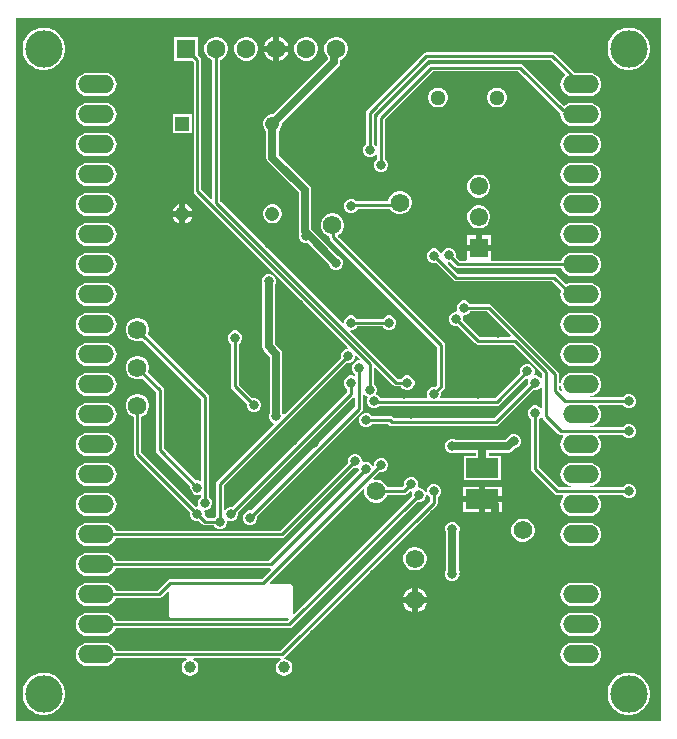
<source format=gbl>
G04*
G04 #@! TF.GenerationSoftware,Altium Limited,Altium Designer,23.2.1 (34)*
G04*
G04 Layer_Physical_Order=2*
G04 Layer_Color=16711680*
%FSLAX25Y25*%
%MOIN*%
G70*
G04*
G04 #@! TF.SameCoordinates,FA501D23-0FC8-4D01-95ED-A428C5D77BEE*
G04*
G04*
G04 #@! TF.FilePolarity,Positive*
G04*
G01*
G75*
%ADD19C,0.01000*%
%ADD40R,0.11040X0.06506*%
%ADD54C,0.06181*%
%ADD63C,0.02500*%
%ADD64C,0.02000*%
%ADD65O,0.12000X0.06000*%
%ADD66C,0.05039*%
%ADD67C,0.03937*%
%ADD68R,0.04756X0.04756*%
%ADD69C,0.04756*%
%ADD70C,0.06102*%
%ADD71R,0.06102X0.06102*%
%ADD72C,0.06299*%
%ADD73R,0.06299X0.06299*%
%ADD74C,0.12500*%
%ADD75C,0.03150*%
G36*
X215732Y803D02*
X803D01*
Y235417D01*
X215732D01*
Y803D01*
D02*
G37*
%LPC*%
G36*
X88500Y229028D02*
Y226000D01*
X91528D01*
X91367Y226602D01*
X90820Y227548D01*
X90048Y228321D01*
X89102Y228867D01*
X88500Y229028D01*
D02*
G37*
G36*
X86500D02*
X85898Y228867D01*
X84952Y228321D01*
X84180Y227548D01*
X83633Y226602D01*
X83472Y226000D01*
X86500D01*
Y229028D01*
D02*
G37*
G36*
X98018Y228937D02*
X96982D01*
X95980Y228669D01*
X95083Y228150D01*
X94350Y227417D01*
X93831Y226520D01*
X93563Y225518D01*
Y224482D01*
X93831Y223480D01*
X94350Y222583D01*
X95083Y221850D01*
X95980Y221331D01*
X96982Y221063D01*
X98018D01*
X99020Y221331D01*
X99917Y221850D01*
X100650Y222583D01*
X101169Y223480D01*
X101437Y224482D01*
Y225518D01*
X101169Y226520D01*
X100650Y227417D01*
X99917Y228150D01*
X99020Y228669D01*
X98018Y228937D01*
D02*
G37*
G36*
X78018D02*
X76982D01*
X75980Y228669D01*
X75083Y228150D01*
X74350Y227417D01*
X73831Y226520D01*
X73563Y225518D01*
Y224482D01*
X73831Y223480D01*
X74350Y222583D01*
X75083Y221850D01*
X75980Y221331D01*
X76982Y221063D01*
X78018D01*
X79020Y221331D01*
X79917Y221850D01*
X80650Y222583D01*
X81169Y223480D01*
X81437Y224482D01*
Y225518D01*
X81169Y226520D01*
X80650Y227417D01*
X79917Y228150D01*
X79020Y228669D01*
X78018Y228937D01*
D02*
G37*
G36*
X91528Y224000D02*
X88500D01*
Y220972D01*
X89102Y221133D01*
X90048Y221679D01*
X90820Y222452D01*
X91367Y223398D01*
X91528Y224000D01*
D02*
G37*
G36*
X86500D02*
X83472D01*
X83633Y223398D01*
X84180Y222452D01*
X84952Y221679D01*
X85898Y221133D01*
X86500Y220972D01*
Y224000D01*
D02*
G37*
G36*
X205616Y232053D02*
X204384D01*
X204307Y232037D01*
X204228D01*
X203020Y231797D01*
X202947Y231767D01*
X202870Y231751D01*
X201732Y231280D01*
X201666Y231237D01*
X201593Y231206D01*
X200570Y230522D01*
X200514Y230466D01*
X200448Y230422D01*
X199578Y229552D01*
X199534Y229486D01*
X199478Y229430D01*
X198794Y228407D01*
X198764Y228333D01*
X198720Y228268D01*
X198249Y227130D01*
X198233Y227053D01*
X198203Y226980D01*
X197963Y225772D01*
Y225693D01*
X197947Y225616D01*
Y224384D01*
X197963Y224307D01*
Y224228D01*
X198203Y223020D01*
X198233Y222947D01*
X198249Y222870D01*
X198720Y221732D01*
X198764Y221667D01*
X198794Y221593D01*
X199478Y220570D01*
X199534Y220514D01*
X199578Y220448D01*
X200448Y219578D01*
X200514Y219534D01*
X200570Y219478D01*
X201593Y218794D01*
X201666Y218763D01*
X201732Y218720D01*
X202870Y218249D01*
X202947Y218233D01*
X203020Y218203D01*
X204228Y217963D01*
X204307D01*
X204384Y217947D01*
X205616D01*
X205693Y217963D01*
X205772D01*
X206980Y218203D01*
X207053Y218233D01*
X207130Y218249D01*
X208268Y218720D01*
X208333Y218763D01*
X208406Y218794D01*
X209430Y219478D01*
X209486Y219534D01*
X209552Y219578D01*
X210422Y220448D01*
X210466Y220514D01*
X210522Y220570D01*
X211206Y221593D01*
X211237Y221667D01*
X211280Y221732D01*
X211752Y222870D01*
X211767Y222947D01*
X211797Y223020D01*
X212037Y224228D01*
Y224307D01*
X212053Y224384D01*
Y225616D01*
X212037Y225693D01*
Y225772D01*
X211797Y226980D01*
X211767Y227053D01*
X211752Y227130D01*
X211280Y228268D01*
X211237Y228333D01*
X211206Y228407D01*
X210522Y229430D01*
X210466Y229486D01*
X210422Y229552D01*
X209552Y230422D01*
X209486Y230466D01*
X209430Y230522D01*
X208406Y231206D01*
X208333Y231237D01*
X208268Y231280D01*
X207130Y231751D01*
X207053Y231767D01*
X206980Y231797D01*
X205772Y232037D01*
X205693D01*
X205616Y232053D01*
D02*
G37*
G36*
X10616D02*
X9384D01*
X9307Y232037D01*
X9228D01*
X8020Y231797D01*
X7947Y231767D01*
X7870Y231751D01*
X6732Y231280D01*
X6667Y231237D01*
X6594Y231206D01*
X5570Y230522D01*
X5514Y230466D01*
X5448Y230422D01*
X4578Y229552D01*
X4534Y229486D01*
X4478Y229430D01*
X3794Y228407D01*
X3763Y228333D01*
X3720Y228268D01*
X3249Y227130D01*
X3233Y227053D01*
X3203Y226980D01*
X2963Y225772D01*
Y225693D01*
X2947Y225616D01*
X2947Y225000D01*
Y224384D01*
X2963Y224307D01*
Y224228D01*
X3203Y223020D01*
X3233Y222947D01*
X3249Y222870D01*
X3720Y221732D01*
X3763Y221667D01*
X3794Y221593D01*
X4478Y220570D01*
X4534Y220514D01*
X4578Y220448D01*
X5448Y219578D01*
X5514Y219534D01*
X5570Y219478D01*
X6594Y218794D01*
X6667Y218763D01*
X6732Y218720D01*
X7870Y218249D01*
X7947Y218233D01*
X8020Y218203D01*
X9228Y217963D01*
X9307D01*
X9384Y217947D01*
X10616D01*
X10693Y217963D01*
X10772D01*
X11980Y218203D01*
X12053Y218233D01*
X12130Y218249D01*
X13268Y218720D01*
X13333Y218763D01*
X13407Y218794D01*
X14430Y219478D01*
X14486Y219534D01*
X14552Y219578D01*
X15422Y220448D01*
X15466Y220514D01*
X15522Y220570D01*
X16206Y221593D01*
X16236Y221667D01*
X16280Y221732D01*
X16751Y222870D01*
X16767Y222947D01*
X16797Y223020D01*
X17037Y224228D01*
Y224307D01*
X17053Y224384D01*
Y225616D01*
X17037Y225693D01*
Y225772D01*
X16797Y226980D01*
X16767Y227053D01*
X16751Y227130D01*
X16280Y228268D01*
X16237Y228333D01*
X16206Y228407D01*
X15522Y229430D01*
X15466Y229486D01*
X15422Y229552D01*
X14552Y230422D01*
X14486Y230466D01*
X14430Y230522D01*
X13407Y231206D01*
X13333Y231237D01*
X13268Y231280D01*
X12130Y231751D01*
X12053Y231767D01*
X11980Y231797D01*
X10772Y232037D01*
X10693D01*
X10616Y232053D01*
D02*
G37*
G36*
X179586Y223813D02*
X137500D01*
X136998Y223713D01*
X136572Y223428D01*
X117822Y204678D01*
X117537Y204252D01*
X117437Y203750D01*
Y193263D01*
X117412Y193253D01*
X116747Y192588D01*
X116388Y191720D01*
Y190780D01*
X116747Y189912D01*
X117412Y189247D01*
X118280Y188888D01*
X119220D01*
X120088Y189247D01*
X120687Y189847D01*
X120995Y189790D01*
X121187Y189693D01*
Y188263D01*
X121162Y188253D01*
X120497Y187588D01*
X120138Y186720D01*
Y185780D01*
X120497Y184912D01*
X121162Y184247D01*
X122030Y183888D01*
X122970D01*
X123838Y184247D01*
X124503Y184912D01*
X124862Y185780D01*
Y186720D01*
X124503Y187588D01*
X123838Y188253D01*
X123813Y188263D01*
Y201517D01*
X139733Y217437D01*
X168206D01*
X182073Y203571D01*
X182205Y203483D01*
X182156Y203110D01*
X182286Y202121D01*
X182668Y201200D01*
X183275Y200409D01*
X184066Y199802D01*
X184987Y199420D01*
X185976Y199290D01*
X191976D01*
X192965Y199420D01*
X193886Y199802D01*
X194677Y200409D01*
X195284Y201200D01*
X195666Y202121D01*
X195796Y203110D01*
X195666Y204099D01*
X195284Y205020D01*
X194677Y205811D01*
X193886Y206418D01*
X192965Y206800D01*
X191976Y206930D01*
X185976D01*
X184987Y206800D01*
X184066Y206418D01*
X183428Y205929D01*
X169678Y219678D01*
X169252Y219963D01*
X168750Y220063D01*
X139190D01*
X138687Y219963D01*
X138262Y219678D01*
X121572Y202988D01*
X121287Y202563D01*
X121187Y202060D01*
Y192807D01*
X120995Y192710D01*
X120687Y192653D01*
X120088Y193253D01*
X120063Y193263D01*
Y203206D01*
X138044Y221187D01*
X179042D01*
X183654Y216576D01*
X183621Y216077D01*
X183275Y215811D01*
X182668Y215020D01*
X182286Y214099D01*
X182156Y213110D01*
X182286Y212121D01*
X182668Y211200D01*
X183275Y210409D01*
X184066Y209802D01*
X184987Y209420D01*
X185976Y209290D01*
X191976D01*
X192965Y209420D01*
X193886Y209802D01*
X194677Y210409D01*
X195284Y211200D01*
X195666Y212121D01*
X195796Y213110D01*
X195666Y214099D01*
X195284Y215020D01*
X194677Y215811D01*
X193886Y216418D01*
X192965Y216800D01*
X191976Y216930D01*
X187012D01*
X180514Y223428D01*
X180088Y223713D01*
X179586Y223813D01*
D02*
G37*
G36*
X30559Y216930D02*
X24559D01*
X23570Y216800D01*
X22649Y216418D01*
X21858Y215811D01*
X21251Y215020D01*
X20869Y214099D01*
X20739Y213110D01*
X20869Y212121D01*
X21251Y211200D01*
X21858Y210409D01*
X22649Y209802D01*
X23570Y209420D01*
X24559Y209290D01*
X30559D01*
X31548Y209420D01*
X32469Y209802D01*
X33260Y210409D01*
X33867Y211200D01*
X34249Y212121D01*
X34379Y213110D01*
X34249Y214099D01*
X33867Y215020D01*
X33260Y215811D01*
X32469Y216418D01*
X31548Y216800D01*
X30559Y216930D01*
D02*
G37*
G36*
X161528Y212057D02*
X160657D01*
X159816Y211832D01*
X159062Y211396D01*
X158446Y210781D01*
X158011Y210027D01*
X157785Y209185D01*
Y208315D01*
X158011Y207473D01*
X158446Y206719D01*
X159062Y206104D01*
X159816Y205668D01*
X160657Y205443D01*
X161528D01*
X162369Y205668D01*
X163123Y206104D01*
X163739Y206719D01*
X164174Y207473D01*
X164400Y208315D01*
Y209185D01*
X164174Y210027D01*
X163739Y210781D01*
X163123Y211396D01*
X162369Y211832D01*
X161528Y212057D01*
D02*
G37*
G36*
X141843D02*
X140972D01*
X140131Y211832D01*
X139377Y211396D01*
X138761Y210781D01*
X138326Y210027D01*
X138100Y209185D01*
Y208315D01*
X138326Y207473D01*
X138761Y206719D01*
X139377Y206104D01*
X140131Y205668D01*
X140972Y205443D01*
X141843D01*
X142684Y205668D01*
X143438Y206104D01*
X144054Y206719D01*
X144489Y207473D01*
X144715Y208315D01*
Y209185D01*
X144489Y210027D01*
X144054Y210781D01*
X143438Y211396D01*
X142684Y211832D01*
X141843Y212057D01*
D02*
G37*
G36*
X30559Y206930D02*
X24559D01*
X23570Y206800D01*
X22649Y206418D01*
X21858Y205811D01*
X21251Y205020D01*
X20869Y204099D01*
X20739Y203110D01*
X20869Y202121D01*
X21251Y201200D01*
X21858Y200409D01*
X22649Y199802D01*
X23570Y199420D01*
X24559Y199290D01*
X30559D01*
X31548Y199420D01*
X32469Y199802D01*
X33260Y200409D01*
X33867Y201200D01*
X34249Y202121D01*
X34379Y203110D01*
X34249Y204099D01*
X33867Y205020D01*
X33260Y205811D01*
X32469Y206418D01*
X31548Y206800D01*
X30559Y206930D01*
D02*
G37*
G36*
X59415Y203165D02*
X53085D01*
Y196835D01*
X59415D01*
Y203165D01*
D02*
G37*
G36*
X191976Y196930D02*
X185976D01*
X184987Y196800D01*
X184066Y196418D01*
X183275Y195811D01*
X182668Y195020D01*
X182286Y194099D01*
X182156Y193110D01*
X182286Y192121D01*
X182668Y191200D01*
X183275Y190409D01*
X184066Y189802D01*
X184987Y189420D01*
X185976Y189290D01*
X191976D01*
X192965Y189420D01*
X193886Y189802D01*
X194677Y190409D01*
X195284Y191200D01*
X195666Y192121D01*
X195796Y193110D01*
X195666Y194099D01*
X195284Y195020D01*
X194677Y195811D01*
X193886Y196418D01*
X192965Y196800D01*
X191976Y196930D01*
D02*
G37*
G36*
X30559D02*
X24559D01*
X23570Y196800D01*
X22649Y196418D01*
X21858Y195811D01*
X21251Y195020D01*
X20869Y194099D01*
X20739Y193110D01*
X20869Y192121D01*
X21251Y191200D01*
X21858Y190409D01*
X22649Y189802D01*
X23570Y189420D01*
X24559Y189290D01*
X30559D01*
X31548Y189420D01*
X32469Y189802D01*
X33260Y190409D01*
X33867Y191200D01*
X34249Y192121D01*
X34379Y193110D01*
X34249Y194099D01*
X33867Y195020D01*
X33260Y195811D01*
X32469Y196418D01*
X31548Y196800D01*
X30559Y196930D01*
D02*
G37*
G36*
X191976Y186930D02*
X185976D01*
X184987Y186800D01*
X184066Y186418D01*
X183275Y185811D01*
X182668Y185020D01*
X182286Y184099D01*
X182156Y183110D01*
X182286Y182121D01*
X182668Y181200D01*
X183275Y180409D01*
X184066Y179802D01*
X184987Y179420D01*
X185976Y179290D01*
X191976D01*
X192965Y179420D01*
X193886Y179802D01*
X194677Y180409D01*
X195284Y181200D01*
X195666Y182121D01*
X195796Y183110D01*
X195666Y184099D01*
X195284Y185020D01*
X194677Y185811D01*
X193886Y186418D01*
X192965Y186800D01*
X191976Y186930D01*
D02*
G37*
G36*
X30559D02*
X24559D01*
X23570Y186800D01*
X22649Y186418D01*
X21858Y185811D01*
X21251Y185020D01*
X20869Y184099D01*
X20739Y183110D01*
X20869Y182121D01*
X21251Y181200D01*
X21858Y180409D01*
X22649Y179802D01*
X23570Y179420D01*
X24559Y179290D01*
X30559D01*
X31548Y179420D01*
X32469Y179802D01*
X33260Y180409D01*
X33867Y181200D01*
X34249Y182121D01*
X34379Y183110D01*
X34249Y184099D01*
X33867Y185020D01*
X33260Y185811D01*
X32469Y186418D01*
X31548Y186800D01*
X30559Y186930D01*
D02*
G37*
G36*
X155505Y183072D02*
X154495D01*
X153518Y182811D01*
X152643Y182306D01*
X151928Y181591D01*
X151423Y180716D01*
X151161Y179739D01*
Y178729D01*
X151423Y177752D01*
X151928Y176877D01*
X152643Y176162D01*
X153518Y175657D01*
X154495Y175395D01*
X155505D01*
X156482Y175657D01*
X157357Y176162D01*
X158072Y176877D01*
X158577Y177752D01*
X158839Y178729D01*
Y179739D01*
X158577Y180716D01*
X158072Y181591D01*
X157357Y182306D01*
X156482Y182811D01*
X155505Y183072D01*
D02*
G37*
G36*
X68018Y228937D02*
X66982D01*
X65980Y228669D01*
X65083Y228150D01*
X64350Y227417D01*
X63831Y226520D01*
X63563Y225518D01*
Y224482D01*
X63831Y223480D01*
X64350Y222583D01*
X65083Y221850D01*
X65980Y221331D01*
X66187Y221276D01*
Y175072D01*
X65725Y174881D01*
X62563Y178044D01*
Y221250D01*
X62463Y221752D01*
X62178Y222178D01*
X61437Y222919D01*
Y228937D01*
X53563D01*
Y221063D01*
X59581D01*
X59937Y220706D01*
Y177500D01*
X60037Y176998D01*
X60322Y176572D01*
X111531Y125362D01*
X111324Y124862D01*
X110855D01*
X109987Y124503D01*
X109322Y123838D01*
X108963Y122970D01*
Y122030D01*
X108973Y122005D01*
X90267Y103299D01*
X89677Y103416D01*
X89577Y103658D01*
Y123294D01*
X89419Y124089D01*
X88969Y124763D01*
X88969Y124763D01*
X87077Y126655D01*
Y146342D01*
X87362Y147030D01*
Y147970D01*
X87003Y148838D01*
X86338Y149503D01*
X85470Y149862D01*
X84530D01*
X83662Y149503D01*
X82997Y148838D01*
X82638Y147970D01*
Y147030D01*
X82923Y146342D01*
Y125794D01*
X83081Y124999D01*
X83531Y124325D01*
X85423Y122434D01*
Y103658D01*
X85138Y102970D01*
Y102030D01*
X85497Y101162D01*
X86162Y100497D01*
X86584Y100323D01*
X86701Y99733D01*
X67784Y80816D01*
X67500Y80390D01*
X67400Y79888D01*
Y69438D01*
X67374Y69428D01*
X66710Y68763D01*
X66699Y68738D01*
X64368D01*
X63602Y69505D01*
X63612Y69530D01*
Y70470D01*
X63439Y70888D01*
X63773Y71388D01*
X64220D01*
X65088Y71747D01*
X65753Y72412D01*
X66112Y73280D01*
Y74220D01*
X65753Y75088D01*
X65137Y75703D01*
Y108842D01*
X65038Y109344D01*
X64753Y109770D01*
X44768Y129754D01*
X44864Y129920D01*
X45128Y130906D01*
Y131927D01*
X44864Y132913D01*
X44353Y133798D01*
X43631Y134520D01*
X42747Y135030D01*
X41761Y135294D01*
X40740D01*
X39753Y135030D01*
X38869Y134520D01*
X38147Y133798D01*
X37636Y132913D01*
X37372Y131927D01*
Y130906D01*
X37636Y129920D01*
X38147Y129035D01*
X38869Y128313D01*
X39753Y127803D01*
X40740Y127538D01*
X41761D01*
X42747Y127803D01*
X42912Y127898D01*
X62512Y108298D01*
Y81234D01*
X62097Y80956D01*
X61720Y81112D01*
X60780D01*
X60755Y81102D01*
X50063Y91794D01*
Y111250D01*
X49963Y111752D01*
X49678Y112178D01*
X44768Y117088D01*
X44864Y117253D01*
X45128Y118239D01*
Y119261D01*
X44864Y120247D01*
X44353Y121131D01*
X43631Y121853D01*
X42747Y122364D01*
X41761Y122628D01*
X40740D01*
X39753Y122364D01*
X38869Y121853D01*
X38147Y121131D01*
X37636Y120247D01*
X37372Y119261D01*
Y118239D01*
X37636Y117253D01*
X38147Y116369D01*
X38869Y115647D01*
X39753Y115136D01*
X40740Y114872D01*
X41761D01*
X42747Y115136D01*
X42912Y115232D01*
X47437Y110706D01*
Y91250D01*
X47537Y90748D01*
X47822Y90322D01*
X58898Y79245D01*
X58888Y79220D01*
Y78280D01*
X59247Y77412D01*
X59912Y76747D01*
X60780Y76388D01*
X61720D01*
X62097Y76544D01*
X62512Y76266D01*
Y75794D01*
X62412Y75753D01*
X61747Y75088D01*
X61388Y74220D01*
Y73280D01*
X61561Y72862D01*
X61241Y72384D01*
X60905Y72362D01*
X60780D01*
X60757Y72353D01*
X60754Y72352D01*
X42563Y90544D01*
Y102421D01*
X42747Y102470D01*
X43631Y102980D01*
X44353Y103702D01*
X44864Y104587D01*
X45128Y105573D01*
Y106594D01*
X44864Y107580D01*
X44353Y108465D01*
X43631Y109187D01*
X42747Y109697D01*
X41761Y109962D01*
X40740D01*
X39753Y109697D01*
X38869Y109187D01*
X38147Y108465D01*
X37636Y107580D01*
X37372Y106594D01*
Y105573D01*
X37636Y104587D01*
X38147Y103702D01*
X38869Y102980D01*
X39753Y102470D01*
X39937Y102421D01*
Y90000D01*
X40037Y89498D01*
X40322Y89072D01*
X58898Y70495D01*
X58888Y70470D01*
Y69530D01*
X59247Y68662D01*
X59912Y67997D01*
X60780Y67638D01*
X61720D01*
X61745Y67648D01*
X62897Y66497D01*
X63323Y66212D01*
X63825Y66113D01*
X66699D01*
X66710Y66087D01*
X67374Y65423D01*
X68243Y65063D01*
X69182D01*
X70051Y65423D01*
X70715Y66087D01*
X71075Y66955D01*
Y67492D01*
X71575Y67826D01*
X72030Y67638D01*
X72970D01*
X73838Y67997D01*
X74503Y68662D01*
X74862Y69530D01*
Y70470D01*
X74852Y70495D01*
X113262Y108906D01*
X113762Y108699D01*
Y105619D01*
X79245Y71102D01*
X79220Y71112D01*
X78280D01*
X77412Y70753D01*
X76747Y70088D01*
X76388Y69220D01*
Y68280D01*
X76747Y67412D01*
X77412Y66747D01*
X78280Y66388D01*
X79220D01*
X80088Y66747D01*
X80753Y67412D01*
X81112Y68280D01*
Y69220D01*
X81102Y69245D01*
X116003Y104147D01*
X116288Y104572D01*
X116387Y105075D01*
Y109574D01*
X116887Y109772D01*
X117412Y109247D01*
X117961Y109020D01*
X117997Y108838D01*
X117638Y107970D01*
Y107030D01*
X117997Y106162D01*
X118662Y105497D01*
X119530Y105138D01*
X120470D01*
X121338Y105497D01*
X121811Y105970D01*
X161033D01*
X161535Y106070D01*
X161961Y106354D01*
X170754Y115148D01*
X170757Y115147D01*
X170780Y115138D01*
X170905D01*
X171241Y115116D01*
X171561Y114638D01*
X171388Y114220D01*
Y113280D01*
X171398Y113255D01*
X160082Y101938D01*
X126603D01*
X126363Y102178D01*
X125937Y102463D01*
X125435Y102563D01*
X119513D01*
X119503Y102588D01*
X118838Y103253D01*
X117970Y103612D01*
X117030D01*
X116162Y103253D01*
X115497Y102588D01*
X115138Y101720D01*
Y100780D01*
X115497Y99912D01*
X116162Y99247D01*
X117030Y98888D01*
X117970D01*
X118838Y99247D01*
X119503Y99912D01*
X119513Y99937D01*
X124891D01*
X125131Y99697D01*
X125557Y99413D01*
X126059Y99313D01*
X160626D01*
X161128Y99413D01*
X161554Y99697D01*
X173255Y111398D01*
X173280Y111388D01*
X174220D01*
X175088Y111747D01*
X175687Y112347D01*
X175995Y112290D01*
X176187Y112193D01*
Y105307D01*
X175995Y105210D01*
X175687Y105153D01*
X175088Y105753D01*
X174220Y106112D01*
X173280D01*
X172412Y105753D01*
X171747Y105088D01*
X171388Y104220D01*
Y103280D01*
X171747Y102412D01*
X172412Y101747D01*
X172437Y101737D01*
Y85000D01*
X172537Y84498D01*
X172822Y84072D01*
X180322Y76572D01*
X180748Y76287D01*
X181250Y76187D01*
X183002D01*
X183180Y75687D01*
X182668Y75020D01*
X182286Y74099D01*
X182156Y73110D01*
X182286Y72121D01*
X182668Y71200D01*
X183275Y70409D01*
X184066Y69802D01*
X184987Y69420D01*
X185976Y69290D01*
X191976D01*
X192965Y69420D01*
X193886Y69802D01*
X194677Y70409D01*
X195284Y71200D01*
X195666Y72121D01*
X195796Y73110D01*
X195666Y74099D01*
X195284Y75020D01*
X194772Y75687D01*
X194949Y76187D01*
X202987D01*
X202997Y76162D01*
X203662Y75497D01*
X204530Y75138D01*
X205470D01*
X206338Y75497D01*
X207003Y76162D01*
X207362Y77030D01*
Y77970D01*
X207003Y78838D01*
X206338Y79503D01*
X205470Y79862D01*
X204530D01*
X203662Y79503D01*
X202997Y78838D01*
X202987Y78813D01*
X192181D01*
X192148Y79313D01*
X192965Y79420D01*
X193886Y79802D01*
X194677Y80409D01*
X195284Y81200D01*
X195666Y82121D01*
X195796Y83110D01*
X195666Y84099D01*
X195284Y85020D01*
X194677Y85811D01*
X193886Y86418D01*
X192965Y86800D01*
X191976Y86930D01*
X185976D01*
X184987Y86800D01*
X184066Y86418D01*
X183275Y85811D01*
X182668Y85020D01*
X182286Y84099D01*
X182156Y83110D01*
X182286Y82121D01*
X182668Y81200D01*
X183275Y80409D01*
X184066Y79802D01*
X184987Y79420D01*
X185804Y79313D01*
X185771Y78813D01*
X181794D01*
X175063Y85544D01*
Y101737D01*
X175088Y101747D01*
X175705Y102364D01*
X175961Y102349D01*
X176234Y102267D01*
X176287Y101998D01*
X176572Y101572D01*
X181572Y96572D01*
X181998Y96287D01*
X182500Y96187D01*
X183002D01*
X183180Y95687D01*
X182668Y95020D01*
X182286Y94099D01*
X182156Y93110D01*
X182286Y92121D01*
X182668Y91200D01*
X183275Y90409D01*
X184066Y89802D01*
X184987Y89420D01*
X185976Y89290D01*
X191976D01*
X192965Y89420D01*
X193886Y89802D01*
X194677Y90409D01*
X195284Y91200D01*
X195666Y92121D01*
X195796Y93110D01*
X195666Y94099D01*
X195284Y95020D01*
X194772Y95687D01*
X194949Y96187D01*
X202987D01*
X202997Y96162D01*
X203662Y95497D01*
X204530Y95138D01*
X205470D01*
X206338Y95497D01*
X207003Y96162D01*
X207362Y97030D01*
Y97970D01*
X207003Y98838D01*
X206338Y99503D01*
X205470Y99862D01*
X204530D01*
X203662Y99503D01*
X202997Y98838D01*
X202987Y98813D01*
X192181D01*
X192148Y99313D01*
X192965Y99420D01*
X193886Y99802D01*
X194677Y100409D01*
X195284Y101200D01*
X195666Y102121D01*
X195796Y103110D01*
X195666Y104099D01*
X195284Y105020D01*
X194772Y105687D01*
X194949Y106187D01*
X202987D01*
X202997Y106162D01*
X203662Y105497D01*
X204530Y105138D01*
X205470D01*
X206338Y105497D01*
X207003Y106162D01*
X207362Y107030D01*
Y107970D01*
X207003Y108838D01*
X206338Y109503D01*
X205470Y109862D01*
X204530D01*
X203662Y109503D01*
X202997Y108838D01*
X202987Y108813D01*
X192181D01*
X192148Y109313D01*
X192965Y109420D01*
X193886Y109802D01*
X194677Y110409D01*
X195284Y111200D01*
X195666Y112121D01*
X195796Y113110D01*
X195666Y114099D01*
X195284Y115020D01*
X194677Y115811D01*
X193886Y116418D01*
X192965Y116800D01*
X191976Y116930D01*
X185976D01*
X184987Y116800D01*
X184066Y116418D01*
X183275Y115811D01*
X182668Y115020D01*
X182286Y114099D01*
X182156Y113110D01*
X182286Y112121D01*
X182668Y111200D01*
X182847Y110967D01*
X182470Y110636D01*
X181637Y111469D01*
Y116688D01*
X181537Y117190D01*
X181253Y117616D01*
X159191Y139678D01*
X158765Y139963D01*
X158263Y140063D01*
X152013D01*
X152003Y140088D01*
X151338Y140753D01*
X150470Y141112D01*
X149530D01*
X148662Y140753D01*
X147997Y140088D01*
X147638Y139220D01*
Y138280D01*
X147811Y137861D01*
X147477Y137361D01*
X147024D01*
X146156Y137001D01*
X145492Y136337D01*
X145132Y135468D01*
Y134529D01*
X145492Y133660D01*
X146156Y132996D01*
X147024Y132636D01*
X147964D01*
X147995Y132649D01*
X153850Y126793D01*
X154276Y126509D01*
X154779Y126409D01*
X166626D01*
X176187Y116848D01*
Y115307D01*
X175995Y115210D01*
X175687Y115153D01*
X175088Y115753D01*
X174220Y116112D01*
X173773D01*
X173439Y116612D01*
X173612Y117030D01*
Y117970D01*
X173253Y118838D01*
X172588Y119503D01*
X171720Y119862D01*
X170780D01*
X169912Y119503D01*
X169247Y118838D01*
X168888Y117970D01*
Y117030D01*
X168898Y117005D01*
X160489Y108595D01*
X142516D01*
X142182Y109095D01*
X142362Y109530D01*
Y110470D01*
X142352Y110495D01*
X143428Y111572D01*
X143713Y111998D01*
X143813Y112500D01*
Y126250D01*
X143713Y126752D01*
X143428Y127178D01*
X108179Y162428D01*
X108244Y162923D01*
X108631Y163147D01*
X109353Y163869D01*
X109864Y164753D01*
X110128Y165740D01*
Y166761D01*
X109864Y167747D01*
X109353Y168631D01*
X108631Y169353D01*
X107747Y169864D01*
X106761Y170128D01*
X105739D01*
X104753Y169864D01*
X103869Y169353D01*
X103147Y168631D01*
X102636Y167747D01*
X102372Y166761D01*
Y165740D01*
X102636Y164753D01*
X103147Y163869D01*
X103869Y163147D01*
X104753Y162636D01*
X105192Y162519D01*
Y162245D01*
X105292Y161743D01*
X105577Y161317D01*
X141187Y125706D01*
Y113044D01*
X140495Y112352D01*
X140470Y112362D01*
X139530D01*
X138662Y112003D01*
X137997Y111338D01*
X137638Y110470D01*
Y109530D01*
X137818Y109095D01*
X137484Y108595D01*
X122103D01*
X122003Y108838D01*
X121338Y109503D01*
X120789Y109730D01*
X120753Y109912D01*
X121112Y110780D01*
Y111720D01*
X120753Y112588D01*
X120088Y113253D01*
X120063Y113263D01*
Y118678D01*
X120525Y118869D01*
X126572Y112822D01*
X126998Y112537D01*
X127500Y112437D01*
X129237D01*
X129247Y112412D01*
X129912Y111747D01*
X130780Y111388D01*
X131720D01*
X132588Y111747D01*
X133253Y112412D01*
X133612Y113280D01*
Y114220D01*
X133253Y115088D01*
X132588Y115753D01*
X131720Y116112D01*
X130780D01*
X129912Y115753D01*
X129247Y115088D01*
X129237Y115063D01*
X128044D01*
X112218Y130888D01*
X112426Y131388D01*
X112970D01*
X113838Y131747D01*
X114503Y132412D01*
X114513Y132437D01*
X122987D01*
X122997Y132412D01*
X123662Y131747D01*
X124530Y131388D01*
X125470D01*
X126338Y131747D01*
X127003Y132412D01*
X127362Y133280D01*
Y134220D01*
X127003Y135088D01*
X126338Y135753D01*
X125470Y136112D01*
X124530D01*
X123662Y135753D01*
X122997Y135088D01*
X122987Y135063D01*
X114513D01*
X114503Y135088D01*
X113838Y135753D01*
X112970Y136112D01*
X112030D01*
X111162Y135753D01*
X110497Y135088D01*
X110138Y134220D01*
Y133676D01*
X109638Y133468D01*
X68813Y174294D01*
Y221276D01*
X69020Y221331D01*
X69917Y221850D01*
X70650Y222583D01*
X71169Y223480D01*
X71437Y224482D01*
Y225518D01*
X71169Y226520D01*
X70650Y227417D01*
X69917Y228150D01*
X69020Y228669D01*
X68018Y228937D01*
D02*
G37*
G36*
X129261Y177628D02*
X128240D01*
X127253Y177364D01*
X126369Y176853D01*
X125647Y176131D01*
X125136Y175247D01*
X124872Y174260D01*
Y174224D01*
X114117D01*
X113838Y174503D01*
X112970Y174862D01*
X112030D01*
X111162Y174503D01*
X110497Y173838D01*
X110138Y172970D01*
Y172030D01*
X110497Y171162D01*
X111162Y170497D01*
X112030Y170138D01*
X112970D01*
X113838Y170497D01*
X114503Y171162D01*
X114683Y171599D01*
X125514D01*
X125647Y171369D01*
X126369Y170647D01*
X127253Y170136D01*
X128240Y169872D01*
X129261D01*
X130247Y170136D01*
X131131Y170647D01*
X131853Y171369D01*
X132364Y172253D01*
X132628Y173240D01*
Y174260D01*
X132364Y175247D01*
X131853Y176131D01*
X131131Y176853D01*
X130247Y177364D01*
X129261Y177628D01*
D02*
G37*
G36*
X57250Y173229D02*
Y171000D01*
X59479D01*
X59398Y171304D01*
X58953Y172074D01*
X58324Y172703D01*
X57554Y173148D01*
X57250Y173229D01*
D02*
G37*
G36*
X55250D02*
X54946Y173148D01*
X54176Y172703D01*
X53547Y172074D01*
X53102Y171304D01*
X53021Y171000D01*
X55250D01*
Y173229D01*
D02*
G37*
G36*
X191976Y176930D02*
X185976D01*
X184987Y176800D01*
X184066Y176418D01*
X183275Y175811D01*
X182668Y175020D01*
X182286Y174099D01*
X182156Y173110D01*
X182286Y172121D01*
X182668Y171200D01*
X183275Y170409D01*
X184066Y169802D01*
X184987Y169420D01*
X185976Y169290D01*
X191976D01*
X192965Y169420D01*
X193886Y169802D01*
X194677Y170409D01*
X195284Y171200D01*
X195666Y172121D01*
X195796Y173110D01*
X195666Y174099D01*
X195284Y175020D01*
X194677Y175811D01*
X193886Y176418D01*
X192965Y176800D01*
X191976Y176930D01*
D02*
G37*
G36*
X30559D02*
X24559D01*
X23570Y176800D01*
X22649Y176418D01*
X21858Y175811D01*
X21251Y175020D01*
X20869Y174099D01*
X20739Y173110D01*
X20869Y172121D01*
X21251Y171200D01*
X21858Y170409D01*
X22649Y169802D01*
X23570Y169420D01*
X24559Y169290D01*
X30559D01*
X31548Y169420D01*
X32469Y169802D01*
X33260Y170409D01*
X33867Y171200D01*
X34249Y172121D01*
X34379Y173110D01*
X34249Y174099D01*
X33867Y175020D01*
X33260Y175811D01*
X32469Y176418D01*
X31548Y176800D01*
X30559Y176930D01*
D02*
G37*
G36*
X86667Y173165D02*
X85833D01*
X85028Y172950D01*
X84306Y172533D01*
X83717Y171944D01*
X83300Y171222D01*
X83085Y170417D01*
Y169583D01*
X83300Y168778D01*
X83717Y168056D01*
X84306Y167467D01*
X85028Y167050D01*
X85833Y166835D01*
X86667D01*
X87472Y167050D01*
X88194Y167467D01*
X88783Y168056D01*
X89200Y168778D01*
X89415Y169583D01*
Y170417D01*
X89200Y171222D01*
X88783Y171944D01*
X88194Y172533D01*
X87472Y172950D01*
X86667Y173165D01*
D02*
G37*
G36*
X59479Y169000D02*
X57250D01*
Y166771D01*
X57554Y166852D01*
X58324Y167297D01*
X58953Y167926D01*
X59398Y168696D01*
X59479Y169000D01*
D02*
G37*
G36*
X55250D02*
X53021D01*
X53102Y168696D01*
X53547Y167926D01*
X54176Y167297D01*
X54946Y166852D01*
X55250Y166771D01*
Y169000D01*
D02*
G37*
G36*
X155505Y172836D02*
X154495D01*
X153518Y172575D01*
X152643Y172069D01*
X151928Y171355D01*
X151423Y170479D01*
X151161Y169503D01*
Y168492D01*
X151423Y167516D01*
X151928Y166641D01*
X152643Y165926D01*
X153518Y165421D01*
X154495Y165159D01*
X155505D01*
X156482Y165421D01*
X157357Y165926D01*
X158072Y166641D01*
X158577Y167516D01*
X158839Y168492D01*
Y169503D01*
X158577Y170479D01*
X158072Y171355D01*
X157357Y172069D01*
X156482Y172575D01*
X155505Y172836D01*
D02*
G37*
G36*
X159051Y162813D02*
X156000D01*
Y159762D01*
X159051D01*
Y162813D01*
D02*
G37*
G36*
X154000D02*
X150949D01*
Y159762D01*
X154000D01*
Y162813D01*
D02*
G37*
G36*
X191976Y166930D02*
X185976D01*
X184987Y166800D01*
X184066Y166418D01*
X183275Y165811D01*
X182668Y165020D01*
X182286Y164099D01*
X182156Y163110D01*
X182286Y162121D01*
X182668Y161200D01*
X183275Y160409D01*
X184066Y159802D01*
X184987Y159420D01*
X185976Y159290D01*
X191976D01*
X192965Y159420D01*
X193886Y159802D01*
X194677Y160409D01*
X195284Y161200D01*
X195666Y162121D01*
X195796Y163110D01*
X195666Y164099D01*
X195284Y165020D01*
X194677Y165811D01*
X193886Y166418D01*
X192965Y166800D01*
X191976Y166930D01*
D02*
G37*
G36*
X30559D02*
X24559D01*
X23570Y166800D01*
X22649Y166418D01*
X21858Y165811D01*
X21251Y165020D01*
X20869Y164099D01*
X20739Y163110D01*
X20869Y162121D01*
X21251Y161200D01*
X21858Y160409D01*
X22649Y159802D01*
X23570Y159420D01*
X24559Y159290D01*
X30559D01*
X31548Y159420D01*
X32469Y159802D01*
X33260Y160409D01*
X33867Y161200D01*
X34249Y162121D01*
X34379Y163110D01*
X34249Y164099D01*
X33867Y165020D01*
X33260Y165811D01*
X32469Y166418D01*
X31548Y166800D01*
X30559Y166930D01*
D02*
G37*
G36*
X145470Y158612D02*
X144530D01*
X143662Y158253D01*
X142997Y157588D01*
X142736Y156957D01*
X142195D01*
X142003Y157421D01*
X141338Y158085D01*
X140470Y158445D01*
X139530D01*
X138662Y158085D01*
X137997Y157421D01*
X137638Y156552D01*
Y155613D01*
X137997Y154744D01*
X138662Y154080D01*
X139530Y153720D01*
X140470D01*
X140614Y153780D01*
X146572Y147822D01*
X146998Y147537D01*
X147500Y147437D01*
X179456D01*
X182435Y144458D01*
X182286Y144099D01*
X182156Y143110D01*
X182286Y142121D01*
X182668Y141200D01*
X183275Y140409D01*
X184066Y139802D01*
X184987Y139420D01*
X185976Y139290D01*
X191976D01*
X192965Y139420D01*
X193886Y139802D01*
X194677Y140409D01*
X195284Y141200D01*
X195666Y142121D01*
X195796Y143110D01*
X195666Y144099D01*
X195284Y145020D01*
X194677Y145811D01*
X193886Y146418D01*
X192965Y146800D01*
X191976Y146930D01*
X185976D01*
X184987Y146800D01*
X184152Y146454D01*
X180928Y149678D01*
X180502Y149963D01*
X180000Y150063D01*
X148044D01*
X144719Y153388D01*
X144926Y153888D01*
X145470D01*
X145495Y153898D01*
X147212Y152182D01*
X147638Y151897D01*
X148140Y151797D01*
X182420D01*
X182668Y151200D01*
X183275Y150409D01*
X184066Y149802D01*
X184987Y149420D01*
X185976Y149290D01*
X191976D01*
X192965Y149420D01*
X193886Y149802D01*
X194677Y150409D01*
X195284Y151200D01*
X195666Y152121D01*
X195796Y153110D01*
X195666Y154099D01*
X195284Y155020D01*
X194677Y155811D01*
X193886Y156418D01*
X192965Y156800D01*
X191976Y156930D01*
X185976D01*
X184987Y156800D01*
X184066Y156418D01*
X183275Y155811D01*
X182668Y155020D01*
X182420Y154423D01*
X159432D01*
X159051Y154710D01*
X159051Y154923D01*
Y157762D01*
X155000D01*
X150949D01*
Y154923D01*
X150949Y154710D01*
X150568Y154423D01*
X148684D01*
X147352Y155755D01*
X147362Y155780D01*
Y156720D01*
X147003Y157588D01*
X146338Y158253D01*
X145470Y158612D01*
D02*
G37*
G36*
X108018Y228937D02*
X106982D01*
X105980Y228669D01*
X105083Y228150D01*
X104350Y227417D01*
X103831Y226520D01*
X103563Y225518D01*
Y224482D01*
X103831Y223480D01*
X104350Y222583D01*
X104696Y222236D01*
Y221384D01*
X86478Y203165D01*
X85833D01*
X85028Y202950D01*
X84306Y202533D01*
X83717Y201944D01*
X83300Y201222D01*
X83085Y200417D01*
Y199583D01*
X83300Y198778D01*
X83717Y198056D01*
X84173Y197601D01*
Y188750D01*
X84331Y187955D01*
X84781Y187281D01*
X94951Y177111D01*
Y164221D01*
X95109Y163426D01*
X95221Y163259D01*
X95138Y163058D01*
Y162118D01*
X95497Y161250D01*
X96162Y160585D01*
X97030Y160226D01*
X97970D01*
X98052Y160260D01*
X105213Y153100D01*
X105497Y152412D01*
X106162Y151747D01*
X107030Y151388D01*
X107970D01*
X108838Y151747D01*
X109503Y152412D01*
X109862Y153280D01*
Y154220D01*
X109503Y155088D01*
X108838Y155753D01*
X108150Y156037D01*
X99106Y165082D01*
Y177971D01*
X99106Y177971D01*
X98948Y178766D01*
X98498Y179440D01*
X98497Y179440D01*
X88327Y189611D01*
Y197601D01*
X88783Y198056D01*
X89200Y198778D01*
X89415Y199583D01*
Y200228D01*
X108242Y219054D01*
X108692Y219728D01*
X108850Y220523D01*
Y221286D01*
X109020Y221331D01*
X109917Y221850D01*
X110650Y222583D01*
X111169Y223480D01*
X111437Y224482D01*
Y225518D01*
X111169Y226520D01*
X110650Y227417D01*
X109917Y228150D01*
X109020Y228669D01*
X108018Y228937D01*
D02*
G37*
G36*
X30559Y156930D02*
X24559D01*
X23570Y156800D01*
X22649Y156418D01*
X21858Y155811D01*
X21251Y155020D01*
X20869Y154099D01*
X20739Y153110D01*
X20869Y152121D01*
X21251Y151200D01*
X21858Y150409D01*
X22649Y149802D01*
X23570Y149420D01*
X24559Y149290D01*
X30559D01*
X31548Y149420D01*
X32469Y149802D01*
X33260Y150409D01*
X33867Y151200D01*
X34249Y152121D01*
X34379Y153110D01*
X34249Y154099D01*
X33867Y155020D01*
X33260Y155811D01*
X32469Y156418D01*
X31548Y156800D01*
X30559Y156930D01*
D02*
G37*
G36*
Y146930D02*
X24559D01*
X23570Y146800D01*
X22649Y146418D01*
X21858Y145811D01*
X21251Y145020D01*
X20869Y144099D01*
X20739Y143110D01*
X20869Y142121D01*
X21251Y141200D01*
X21858Y140409D01*
X22649Y139802D01*
X23570Y139420D01*
X24559Y139290D01*
X30559D01*
X31548Y139420D01*
X32469Y139802D01*
X33260Y140409D01*
X33867Y141200D01*
X34249Y142121D01*
X34379Y143110D01*
X34249Y144099D01*
X33867Y145020D01*
X33260Y145811D01*
X32469Y146418D01*
X31548Y146800D01*
X30559Y146930D01*
D02*
G37*
G36*
X191976Y136930D02*
X185976D01*
X184987Y136800D01*
X184066Y136418D01*
X183275Y135811D01*
X182668Y135020D01*
X182286Y134099D01*
X182156Y133110D01*
X182286Y132121D01*
X182668Y131200D01*
X183275Y130409D01*
X184066Y129802D01*
X184987Y129420D01*
X185976Y129290D01*
X191976D01*
X192965Y129420D01*
X193886Y129802D01*
X194677Y130409D01*
X195284Y131200D01*
X195666Y132121D01*
X195796Y133110D01*
X195666Y134099D01*
X195284Y135020D01*
X194677Y135811D01*
X193886Y136418D01*
X192965Y136800D01*
X191976Y136930D01*
D02*
G37*
G36*
X30559D02*
X24559D01*
X23570Y136800D01*
X22649Y136418D01*
X21858Y135811D01*
X21251Y135020D01*
X20869Y134099D01*
X20739Y133110D01*
X20869Y132121D01*
X21251Y131200D01*
X21858Y130409D01*
X22649Y129802D01*
X23570Y129420D01*
X24559Y129290D01*
X30559D01*
X31548Y129420D01*
X32469Y129802D01*
X33260Y130409D01*
X33867Y131200D01*
X34249Y132121D01*
X34379Y133110D01*
X34249Y134099D01*
X33867Y135020D01*
X33260Y135811D01*
X32469Y136418D01*
X31548Y136800D01*
X30559Y136930D01*
D02*
G37*
G36*
X191976Y126930D02*
X185976D01*
X184987Y126800D01*
X184066Y126418D01*
X183275Y125811D01*
X182668Y125020D01*
X182286Y124099D01*
X182156Y123110D01*
X182286Y122121D01*
X182668Y121200D01*
X183275Y120409D01*
X184066Y119802D01*
X184987Y119420D01*
X185976Y119290D01*
X191976D01*
X192965Y119420D01*
X193886Y119802D01*
X194677Y120409D01*
X195284Y121200D01*
X195666Y122121D01*
X195796Y123110D01*
X195666Y124099D01*
X195284Y125020D01*
X194677Y125811D01*
X193886Y126418D01*
X192965Y126800D01*
X191976Y126930D01*
D02*
G37*
G36*
X30559D02*
X24559D01*
X23570Y126800D01*
X22649Y126418D01*
X21858Y125811D01*
X21251Y125020D01*
X20869Y124099D01*
X20739Y123110D01*
X20869Y122121D01*
X21251Y121200D01*
X21858Y120409D01*
X22649Y119802D01*
X23570Y119420D01*
X24559Y119290D01*
X30559D01*
X31548Y119420D01*
X32469Y119802D01*
X33260Y120409D01*
X33867Y121200D01*
X34249Y122121D01*
X34379Y123110D01*
X34249Y124099D01*
X33867Y125020D01*
X33260Y125811D01*
X32469Y126418D01*
X31548Y126800D01*
X30559Y126930D01*
D02*
G37*
G36*
Y116930D02*
X24559D01*
X23570Y116800D01*
X22649Y116418D01*
X21858Y115811D01*
X21251Y115020D01*
X20869Y114099D01*
X20739Y113110D01*
X20869Y112121D01*
X21251Y111200D01*
X21858Y110409D01*
X22649Y109802D01*
X23570Y109420D01*
X24559Y109290D01*
X30559D01*
X31548Y109420D01*
X32469Y109802D01*
X33260Y110409D01*
X33867Y111200D01*
X34249Y112121D01*
X34379Y113110D01*
X34249Y114099D01*
X33867Y115020D01*
X33260Y115811D01*
X32469Y116418D01*
X31548Y116800D01*
X30559Y116930D01*
D02*
G37*
G36*
X74220Y131112D02*
X73280D01*
X72412Y130753D01*
X71747Y130088D01*
X71388Y129220D01*
Y128280D01*
X71747Y127412D01*
X72412Y126747D01*
X72437Y126737D01*
Y112500D01*
X72537Y111998D01*
X72822Y111572D01*
X77648Y106745D01*
X77638Y106720D01*
Y105780D01*
X77997Y104912D01*
X78662Y104247D01*
X79530Y103888D01*
X80470D01*
X81338Y104247D01*
X82003Y104912D01*
X82362Y105780D01*
Y106720D01*
X82003Y107588D01*
X81338Y108253D01*
X80470Y108612D01*
X79530D01*
X79505Y108602D01*
X75063Y113044D01*
Y126737D01*
X75088Y126747D01*
X75753Y127412D01*
X76112Y128280D01*
Y129220D01*
X75753Y130088D01*
X75088Y130753D01*
X74220Y131112D01*
D02*
G37*
G36*
X30559Y106930D02*
X24559D01*
X23570Y106800D01*
X22649Y106418D01*
X21858Y105811D01*
X21251Y105020D01*
X20869Y104099D01*
X20739Y103110D01*
X20869Y102121D01*
X21251Y101200D01*
X21858Y100409D01*
X22649Y99802D01*
X23570Y99420D01*
X24559Y99290D01*
X30559D01*
X31548Y99420D01*
X32469Y99802D01*
X33260Y100409D01*
X33867Y101200D01*
X34249Y102121D01*
X34379Y103110D01*
X34249Y104099D01*
X33867Y105020D01*
X33260Y105811D01*
X32469Y106418D01*
X31548Y106800D01*
X30559Y106930D01*
D02*
G37*
G36*
X167152Y96544D02*
X166212D01*
X165344Y96185D01*
X164680Y95520D01*
X164519Y95132D01*
X163964Y94577D01*
X147408D01*
X146720Y94862D01*
X145780D01*
X144912Y94503D01*
X144247Y93838D01*
X143888Y92970D01*
Y92030D01*
X144247Y91162D01*
X144912Y90497D01*
X145780Y90138D01*
X146720D01*
X147408Y90423D01*
X154173D01*
Y89258D01*
X149943D01*
Y81177D01*
X162557D01*
Y89258D01*
X158327D01*
Y90423D01*
X164824D01*
X165619Y90581D01*
X166293Y91031D01*
X167082Y91820D01*
X167152D01*
X168020Y92180D01*
X168685Y92844D01*
X169044Y93712D01*
Y94652D01*
X168685Y95520D01*
X168020Y96185D01*
X167152Y96544D01*
D02*
G37*
G36*
X30559Y96930D02*
X24559D01*
X23570Y96800D01*
X22649Y96418D01*
X21858Y95811D01*
X21251Y95020D01*
X20869Y94099D01*
X20739Y93110D01*
X20869Y92121D01*
X21251Y91200D01*
X21858Y90409D01*
X22649Y89802D01*
X23570Y89420D01*
X24559Y89290D01*
X30559D01*
X31548Y89420D01*
X32469Y89802D01*
X33260Y90409D01*
X33867Y91200D01*
X34249Y92121D01*
X34379Y93110D01*
X34249Y94099D01*
X33867Y95020D01*
X33260Y95811D01*
X32469Y96418D01*
X31548Y96800D01*
X30559Y96930D01*
D02*
G37*
G36*
X114220Y89937D02*
X113280D01*
X112412Y89577D01*
X111747Y88913D01*
X111388Y88045D01*
Y87105D01*
X111398Y87080D01*
X88741Y64423D01*
X34115D01*
X33867Y65020D01*
X33260Y65811D01*
X32469Y66418D01*
X31548Y66800D01*
X30559Y66930D01*
X24559D01*
X23570Y66800D01*
X22649Y66418D01*
X21858Y65811D01*
X21251Y65020D01*
X20869Y64099D01*
X20739Y63110D01*
X20869Y62121D01*
X21251Y61200D01*
X21858Y60409D01*
X22649Y59802D01*
X23570Y59420D01*
X24559Y59290D01*
X30559D01*
X31548Y59420D01*
X32469Y59802D01*
X33260Y60409D01*
X33867Y61200D01*
X34115Y61797D01*
X89285D01*
X89788Y61897D01*
X90213Y62182D01*
X113255Y85223D01*
X113280Y85213D01*
X114220D01*
X114638Y85386D01*
X115138Y85052D01*
Y84530D01*
X115148Y84505D01*
X85066Y54423D01*
X34115D01*
X33867Y55020D01*
X33260Y55811D01*
X32469Y56418D01*
X31548Y56800D01*
X30559Y56930D01*
X24559D01*
X23570Y56800D01*
X22649Y56418D01*
X21858Y55811D01*
X21251Y55020D01*
X20869Y54099D01*
X20739Y53110D01*
X20869Y52121D01*
X21251Y51200D01*
X21858Y50409D01*
X22649Y49802D01*
X23570Y49420D01*
X24559Y49290D01*
X30559D01*
X31548Y49420D01*
X32469Y49802D01*
X33260Y50409D01*
X33867Y51200D01*
X34115Y51797D01*
X85484D01*
X85668Y51490D01*
X85702Y51308D01*
X82634Y48240D01*
X52238D01*
X51735Y48140D01*
X51310Y47855D01*
X47877Y44423D01*
X34115D01*
X33867Y45020D01*
X33260Y45811D01*
X32469Y46418D01*
X31548Y46800D01*
X30559Y46930D01*
X24559D01*
X23570Y46800D01*
X22649Y46418D01*
X21858Y45811D01*
X21251Y45020D01*
X20869Y44099D01*
X20739Y43110D01*
X20869Y42121D01*
X21251Y41200D01*
X21858Y40409D01*
X22649Y39802D01*
X23570Y39420D01*
X24559Y39290D01*
X30559D01*
X31548Y39420D01*
X32469Y39802D01*
X33260Y40409D01*
X33867Y41200D01*
X34115Y41797D01*
X48421D01*
X48923Y41897D01*
X49349Y42182D01*
X51236Y44069D01*
X51698Y43878D01*
Y36377D01*
X51778Y35972D01*
X52008Y35629D01*
X52351Y35400D01*
X52755Y35319D01*
X91506D01*
X91713Y34819D01*
X91316Y34423D01*
X34115D01*
X33867Y35020D01*
X33260Y35811D01*
X32469Y36418D01*
X31548Y36800D01*
X30559Y36930D01*
X24559D01*
X23570Y36800D01*
X22649Y36418D01*
X21858Y35811D01*
X21251Y35020D01*
X20869Y34099D01*
X20739Y33110D01*
X20869Y32121D01*
X21251Y31200D01*
X21858Y30409D01*
X22649Y29802D01*
X23570Y29420D01*
X24559Y29290D01*
X30559D01*
X31548Y29420D01*
X32469Y29802D01*
X33260Y30409D01*
X33867Y31200D01*
X34115Y31797D01*
X91860D01*
X92362Y31897D01*
X92788Y32182D01*
X134505Y73898D01*
X134530Y73888D01*
X135470D01*
X136338Y74247D01*
X137003Y74912D01*
X137362Y75780D01*
Y76389D01*
X137862Y76488D01*
X137997Y76162D01*
X138662Y75497D01*
X138687Y75487D01*
Y74294D01*
X88816Y24423D01*
X34115D01*
X33867Y25020D01*
X33260Y25811D01*
X32469Y26418D01*
X31548Y26800D01*
X30559Y26930D01*
X24559D01*
X23570Y26800D01*
X22649Y26418D01*
X21858Y25811D01*
X21251Y25020D01*
X20869Y24099D01*
X20739Y23110D01*
X20869Y22121D01*
X21251Y21200D01*
X21858Y20409D01*
X22649Y19802D01*
X23570Y19420D01*
X24559Y19290D01*
X30559D01*
X31548Y19420D01*
X32469Y19802D01*
X33260Y20409D01*
X33867Y21200D01*
X34115Y21797D01*
X57522D01*
X57595Y21602D01*
X57609Y21297D01*
X57063Y20982D01*
X56550Y20469D01*
X56187Y19841D01*
X56000Y19140D01*
Y18414D01*
X56187Y17713D01*
X56550Y17085D01*
X57063Y16572D01*
X57692Y16209D01*
X58393Y16021D01*
X59118D01*
X59819Y16209D01*
X60448Y16572D01*
X60961Y17085D01*
X61324Y17713D01*
X61511Y18414D01*
Y19140D01*
X61324Y19841D01*
X60961Y20469D01*
X60448Y20982D01*
X59902Y21297D01*
X59916Y21602D01*
X59989Y21797D01*
X88922D01*
X88995Y21602D01*
X89009Y21297D01*
X88463Y20982D01*
X87950Y20469D01*
X87587Y19841D01*
X87400Y19140D01*
Y18414D01*
X87587Y17713D01*
X87950Y17085D01*
X88463Y16572D01*
X89092Y16209D01*
X89793Y16021D01*
X90518D01*
X91219Y16209D01*
X91848Y16572D01*
X92361Y17085D01*
X92724Y17713D01*
X92911Y18414D01*
Y19140D01*
X92724Y19841D01*
X92361Y20469D01*
X91848Y20982D01*
X91219Y21345D01*
X90518Y21533D01*
X90217D01*
X90065Y22033D01*
X90288Y22182D01*
X140928Y72822D01*
X141213Y73248D01*
X141313Y73750D01*
Y75487D01*
X141338Y75497D01*
X142003Y76162D01*
X142362Y77030D01*
Y77970D01*
X142003Y78838D01*
X141338Y79503D01*
X140470Y79862D01*
X139530D01*
X138662Y79503D01*
X137997Y78838D01*
X137638Y77970D01*
Y77361D01*
X137138Y77262D01*
X137003Y77588D01*
X136338Y78253D01*
X135470Y78612D01*
X135023D01*
X134689Y79112D01*
X134862Y79530D01*
Y80470D01*
X134503Y81338D01*
X133838Y82003D01*
X132970Y82362D01*
X132030D01*
X131162Y82003D01*
X130497Y81338D01*
X130138Y80470D01*
Y79530D01*
X130148Y79505D01*
X129456Y78813D01*
X124440D01*
X124390Y78997D01*
X123880Y79881D01*
X123158Y80603D01*
X122273Y81114D01*
X121287Y81378D01*
X120266D01*
X120164Y81351D01*
X119905Y81799D01*
X122005Y83898D01*
X122030Y83888D01*
X122970D01*
X123838Y84247D01*
X124503Y84912D01*
X124862Y85780D01*
Y86720D01*
X124503Y87588D01*
X123838Y88253D01*
X122970Y88612D01*
X122030D01*
X121162Y88253D01*
X120497Y87588D01*
X120138Y86720D01*
Y86111D01*
X119638Y86012D01*
X119503Y86338D01*
X118838Y87003D01*
X117970Y87362D01*
X117030D01*
X116612Y87189D01*
X116112Y87523D01*
Y88045D01*
X115753Y88913D01*
X115088Y89577D01*
X114220Y89937D01*
D02*
G37*
G36*
X30559Y86930D02*
X24559D01*
X23570Y86800D01*
X22649Y86418D01*
X21858Y85811D01*
X21251Y85020D01*
X20869Y84099D01*
X20739Y83110D01*
X20869Y82121D01*
X21251Y81200D01*
X21858Y80409D01*
X22649Y79802D01*
X23570Y79420D01*
X24559Y79290D01*
X30559D01*
X31548Y79420D01*
X32469Y79802D01*
X33260Y80409D01*
X33867Y81200D01*
X34249Y82121D01*
X34379Y83110D01*
X34249Y84099D01*
X33867Y85020D01*
X33260Y85811D01*
X32469Y86418D01*
X31548Y86800D01*
X30559Y86930D01*
D02*
G37*
G36*
X162770Y79036D02*
X157250D01*
Y75783D01*
X162770D01*
Y79036D01*
D02*
G37*
G36*
X155250D02*
X149730D01*
Y75783D01*
X155250D01*
Y79036D01*
D02*
G37*
G36*
X162770Y73782D02*
X157250D01*
Y70529D01*
X162770D01*
Y73782D01*
D02*
G37*
G36*
X155250D02*
X149730D01*
Y70529D01*
X155250D01*
Y73782D01*
D02*
G37*
G36*
X30559Y76930D02*
X24559D01*
X23570Y76800D01*
X22649Y76418D01*
X21858Y75811D01*
X21251Y75020D01*
X20869Y74099D01*
X20739Y73110D01*
X20869Y72121D01*
X21251Y71200D01*
X21858Y70409D01*
X22649Y69802D01*
X23570Y69420D01*
X24559Y69290D01*
X30559D01*
X31548Y69420D01*
X32469Y69802D01*
X33260Y70409D01*
X33867Y71200D01*
X34249Y72121D01*
X34379Y73110D01*
X34249Y74099D01*
X33867Y75020D01*
X33260Y75811D01*
X32469Y76418D01*
X31548Y76800D01*
X30559Y76930D01*
D02*
G37*
G36*
X170242Y68435D02*
X169221D01*
X168235Y68170D01*
X167350Y67660D01*
X166629Y66938D01*
X166118Y66053D01*
X165854Y65067D01*
Y64046D01*
X166118Y63060D01*
X166629Y62176D01*
X167350Y61453D01*
X168235Y60943D01*
X169221Y60679D01*
X170242D01*
X171228Y60943D01*
X172113Y61453D01*
X172835Y62176D01*
X173345Y63060D01*
X173610Y64046D01*
Y65067D01*
X173345Y66053D01*
X172835Y66938D01*
X172113Y67660D01*
X171228Y68170D01*
X170242Y68435D01*
D02*
G37*
G36*
X191976Y66930D02*
X185976D01*
X184987Y66800D01*
X184066Y66418D01*
X183275Y65811D01*
X182668Y65020D01*
X182286Y64099D01*
X182156Y63110D01*
X182286Y62121D01*
X182668Y61200D01*
X183275Y60409D01*
X184066Y59802D01*
X184987Y59420D01*
X185976Y59290D01*
X191976D01*
X192965Y59420D01*
X193886Y59802D01*
X194677Y60409D01*
X195284Y61200D01*
X195666Y62121D01*
X195796Y63110D01*
X195666Y64099D01*
X195284Y65020D01*
X194677Y65811D01*
X193886Y66418D01*
X192965Y66800D01*
X191976Y66930D01*
D02*
G37*
G36*
X134260Y58878D02*
X133239D01*
X132253Y58614D01*
X131369Y58103D01*
X130647Y57381D01*
X130136Y56497D01*
X129872Y55510D01*
Y54489D01*
X130136Y53503D01*
X130647Y52619D01*
X131369Y51897D01*
X132253Y51386D01*
X133239Y51122D01*
X134260D01*
X135247Y51386D01*
X136131Y51897D01*
X136853Y52619D01*
X137364Y53503D01*
X137628Y54489D01*
Y55510D01*
X137364Y56497D01*
X136853Y57381D01*
X136131Y58103D01*
X135247Y58614D01*
X134260Y58878D01*
D02*
G37*
G36*
X146720Y67362D02*
X145780D01*
X144912Y67003D01*
X144247Y66338D01*
X143888Y65470D01*
Y64530D01*
X144173Y63842D01*
Y51158D01*
X143888Y50470D01*
Y49530D01*
X144247Y48662D01*
X144912Y47997D01*
X145780Y47638D01*
X146720D01*
X147588Y47997D01*
X148253Y48662D01*
X148612Y49530D01*
Y50470D01*
X148327Y51158D01*
Y63842D01*
X148612Y64530D01*
Y65470D01*
X148253Y66338D01*
X147588Y67003D01*
X146720Y67362D01*
D02*
G37*
G36*
X134750Y45217D02*
Y42250D01*
X137717D01*
X137562Y42829D01*
X137023Y43762D01*
X136262Y44523D01*
X135329Y45062D01*
X134750Y45217D01*
D02*
G37*
G36*
X132750D02*
X132171Y45062D01*
X131238Y44523D01*
X130477Y43762D01*
X129938Y42829D01*
X129783Y42250D01*
X132750D01*
Y45217D01*
D02*
G37*
G36*
X191976Y46930D02*
X185976D01*
X184987Y46800D01*
X184066Y46418D01*
X183275Y45811D01*
X182668Y45020D01*
X182286Y44099D01*
X182156Y43110D01*
X182286Y42121D01*
X182668Y41200D01*
X183275Y40409D01*
X184066Y39802D01*
X184987Y39420D01*
X185976Y39290D01*
X191976D01*
X192965Y39420D01*
X193886Y39802D01*
X194677Y40409D01*
X195284Y41200D01*
X195666Y42121D01*
X195796Y43110D01*
X195666Y44099D01*
X195284Y45020D01*
X194677Y45811D01*
X193886Y46418D01*
X192965Y46800D01*
X191976Y46930D01*
D02*
G37*
G36*
X137717Y40250D02*
X134750D01*
Y37283D01*
X135329Y37438D01*
X136262Y37977D01*
X137023Y38738D01*
X137562Y39671D01*
X137717Y40250D01*
D02*
G37*
G36*
X132750D02*
X129783D01*
X129938Y39671D01*
X130477Y38738D01*
X131238Y37977D01*
X132171Y37438D01*
X132750Y37283D01*
Y40250D01*
D02*
G37*
G36*
X191976Y36930D02*
X185976D01*
X184987Y36800D01*
X184066Y36418D01*
X183275Y35811D01*
X182668Y35020D01*
X182286Y34099D01*
X182156Y33110D01*
X182286Y32121D01*
X182668Y31200D01*
X183275Y30409D01*
X184066Y29802D01*
X184987Y29420D01*
X185976Y29290D01*
X191976D01*
X192965Y29420D01*
X193886Y29802D01*
X194677Y30409D01*
X195284Y31200D01*
X195666Y32121D01*
X195796Y33110D01*
X195666Y34099D01*
X195284Y35020D01*
X194677Y35811D01*
X193886Y36418D01*
X192965Y36800D01*
X191976Y36930D01*
D02*
G37*
G36*
Y26930D02*
X185976D01*
X184987Y26800D01*
X184066Y26418D01*
X183275Y25811D01*
X182668Y25020D01*
X182286Y24099D01*
X182156Y23110D01*
X182286Y22121D01*
X182668Y21200D01*
X183275Y20409D01*
X184066Y19802D01*
X184987Y19420D01*
X185976Y19290D01*
X191976D01*
X192965Y19420D01*
X193886Y19802D01*
X194677Y20409D01*
X195284Y21200D01*
X195666Y22121D01*
X195796Y23110D01*
X195666Y24099D01*
X195284Y25020D01*
X194677Y25811D01*
X193886Y26418D01*
X192965Y26800D01*
X191976Y26930D01*
D02*
G37*
G36*
X205616Y17053D02*
X204384D01*
X204307Y17037D01*
X204228D01*
X203020Y16797D01*
X202947Y16767D01*
X202870Y16751D01*
X201732Y16280D01*
X201666Y16237D01*
X201593Y16206D01*
X200570Y15522D01*
X200514Y15466D01*
X200448Y15422D01*
X199578Y14552D01*
X199534Y14486D01*
X199478Y14430D01*
X198794Y13407D01*
X198764Y13333D01*
X198720Y13268D01*
X198249Y12130D01*
X198233Y12053D01*
X198203Y11980D01*
X197963Y10772D01*
Y10693D01*
X197947Y10616D01*
Y9384D01*
X197963Y9307D01*
Y9228D01*
X198203Y8020D01*
X198233Y7947D01*
X198249Y7870D01*
X198720Y6732D01*
X198764Y6667D01*
X198794Y6594D01*
X199478Y5570D01*
X199534Y5514D01*
X199578Y5448D01*
X200448Y4578D01*
X200514Y4534D01*
X200570Y4478D01*
X201593Y3794D01*
X201666Y3763D01*
X201732Y3720D01*
X202870Y3249D01*
X202947Y3233D01*
X203020Y3203D01*
X204228Y2963D01*
X204307D01*
X204384Y2947D01*
X205000Y2947D01*
X205616D01*
X205693Y2963D01*
X205772D01*
X206980Y3203D01*
X207053Y3233D01*
X207130Y3249D01*
X208268Y3720D01*
X208333Y3763D01*
X208406Y3794D01*
X209430Y4478D01*
X209486Y4534D01*
X209552Y4578D01*
X210422Y5448D01*
X210466Y5514D01*
X210522Y5570D01*
X211206Y6594D01*
X211237Y6667D01*
X211280Y6732D01*
X211752Y7870D01*
X211767Y7947D01*
X211797Y8020D01*
X212037Y9228D01*
Y9307D01*
X212053Y9384D01*
Y10616D01*
X212037Y10693D01*
Y10772D01*
X211797Y11980D01*
X211767Y12053D01*
X211752Y12130D01*
X211280Y13268D01*
X211237Y13333D01*
X211206Y13407D01*
X210522Y14430D01*
X210466Y14486D01*
X210422Y14552D01*
X209552Y15422D01*
X209486Y15466D01*
X209430Y15522D01*
X208406Y16206D01*
X208333Y16236D01*
X208268Y16280D01*
X207130Y16751D01*
X207053Y16767D01*
X206980Y16797D01*
X205772Y17037D01*
X205693D01*
X205616Y17053D01*
D02*
G37*
G36*
X10616D02*
X9384D01*
X9307Y17037D01*
X9228D01*
X8020Y16797D01*
X7947Y16767D01*
X7870Y16751D01*
X6732Y16280D01*
X6667Y16237D01*
X6594Y16206D01*
X5570Y15522D01*
X5514Y15466D01*
X5448Y15422D01*
X4578Y14552D01*
X4534Y14486D01*
X4478Y14430D01*
X3794Y13407D01*
X3763Y13333D01*
X3720Y13268D01*
X3249Y12130D01*
X3233Y12053D01*
X3203Y11980D01*
X2963Y10772D01*
Y10693D01*
X2947Y10616D01*
X2947Y10000D01*
Y9384D01*
X2963Y9307D01*
Y9228D01*
X3203Y8020D01*
X3233Y7947D01*
X3249Y7870D01*
X3720Y6732D01*
X3763Y6667D01*
X3794Y6594D01*
X4478Y5570D01*
X4534Y5514D01*
X4578Y5448D01*
X5448Y4578D01*
X5514Y4534D01*
X5570Y4478D01*
X6594Y3794D01*
X6667Y3763D01*
X6732Y3720D01*
X7870Y3249D01*
X7947Y3233D01*
X8020Y3203D01*
X9228Y2963D01*
X9307D01*
X9384Y2947D01*
X10000Y2947D01*
X10616D01*
X10693Y2963D01*
X10772D01*
X11980Y3203D01*
X12053Y3233D01*
X12130Y3249D01*
X13268Y3720D01*
X13333Y3763D01*
X13407Y3794D01*
X14430Y4478D01*
X14486Y4534D01*
X14552Y4578D01*
X15422Y5448D01*
X15466Y5514D01*
X15522Y5570D01*
X16206Y6594D01*
X16236Y6667D01*
X16280Y6732D01*
X16751Y7870D01*
X16767Y7947D01*
X16797Y8020D01*
X17037Y9228D01*
Y9307D01*
X17053Y9384D01*
Y10616D01*
X17037Y10693D01*
Y10772D01*
X16797Y11980D01*
X16767Y12053D01*
X16751Y12130D01*
X16280Y13268D01*
X16237Y13333D01*
X16206Y13407D01*
X15522Y14430D01*
X15466Y14486D01*
X15422Y14552D01*
X14552Y15422D01*
X14486Y15466D01*
X14430Y15522D01*
X13407Y16206D01*
X13333Y16236D01*
X13268Y16280D01*
X12130Y16751D01*
X12053Y16767D01*
X11980Y16797D01*
X10772Y17037D01*
X10693D01*
X10616Y17053D01*
D02*
G37*
%LPD*%
G36*
X165660Y129496D02*
X165469Y129034D01*
X155322D01*
X149848Y134509D01*
X149856Y134529D01*
Y135468D01*
X149683Y135888D01*
X150017Y136388D01*
X150470D01*
X151338Y136747D01*
X152003Y137412D01*
X152013Y137437D01*
X157719D01*
X165660Y129496D01*
D02*
G37*
G36*
X115281Y121612D02*
X115074Y121112D01*
X114530D01*
X113662Y120753D01*
X112997Y120088D01*
X112638Y119220D01*
Y118280D01*
X112997Y117412D01*
X113662Y116747D01*
X113762Y116706D01*
Y116234D01*
X113347Y115956D01*
X112970Y116112D01*
X112030D01*
X111162Y115753D01*
X110497Y115088D01*
X110138Y114220D01*
Y113280D01*
X110497Y112412D01*
X111162Y111747D01*
X111187Y111737D01*
Y110544D01*
X72995Y72352D01*
X72970Y72362D01*
X72030D01*
X71162Y72003D01*
X70525Y71366D01*
X70388Y71377D01*
X70025Y71505D01*
Y79344D01*
X110829Y120148D01*
X110855Y120138D01*
X111795D01*
X112663Y120497D01*
X113327Y121162D01*
X113687Y122030D01*
Y122500D01*
X114187Y122707D01*
X115281Y121612D01*
D02*
G37*
G36*
X116926Y78113D02*
X116899Y78010D01*
Y76990D01*
X117163Y76003D01*
X117674Y75119D01*
X118395Y74397D01*
X119280Y73886D01*
X120266Y73622D01*
X121287D01*
X122273Y73886D01*
X123158Y74397D01*
X123880Y75119D01*
X124390Y76003D01*
X124440Y76187D01*
X130000D01*
X130502Y76287D01*
X130928Y76572D01*
X132004Y77648D01*
X132007Y77647D01*
X132030Y77638D01*
X132155D01*
X132491Y77616D01*
X132811Y77138D01*
X132638Y76720D01*
Y75780D01*
X132648Y75755D01*
X93513Y36619D01*
X93013Y36827D01*
Y45677D01*
X92933Y46082D01*
X92703Y46425D01*
X92360Y46654D01*
X91956Y46735D01*
X85495D01*
X85303Y47197D01*
X116478Y78371D01*
X116926Y78113D01*
D02*
G37*
D19*
X63825Y67425D02*
X68713D01*
X61250Y70000D02*
X63825Y67425D01*
X68713Y67537D02*
X68750Y67500D01*
X68713Y67537D02*
Y79888D01*
X147501Y134999D02*
X154779Y127721D01*
X167170D01*
X147494Y134999D02*
X147501D01*
X150000Y138750D02*
X158263D01*
X180325Y116688D01*
X112500Y110000D02*
Y113750D01*
X72500Y70000D02*
X112500Y110000D01*
Y133750D02*
X125000D01*
X142500Y112500D02*
Y126250D01*
X106505Y162245D02*
X142500Y126250D01*
X140000Y110000D02*
X142500Y112500D01*
X106505Y162245D02*
Y165995D01*
X106250Y166250D02*
X106505Y165995D01*
X181250Y77500D02*
X203750D01*
X173750Y85000D02*
Y103750D01*
Y85000D02*
X181250Y77500D01*
X167170Y127721D02*
X177500Y117391D01*
Y102500D02*
Y117391D01*
Y102500D02*
X182500Y97500D01*
X183750Y107500D02*
X205000D01*
X180325Y110925D02*
X183750Y107500D01*
X180325Y110925D02*
Y116688D01*
X182500Y97500D02*
X203750D01*
X160626Y100626D02*
X173750Y113750D01*
X126059Y100626D02*
X160626D01*
X117500Y101250D02*
X125435D01*
X126059Y100626D01*
X161033Y107283D02*
X171250Y117500D01*
X120217Y107283D02*
X161033D01*
X120000Y107500D02*
X120217Y107283D01*
X140168Y156082D02*
X147500Y148750D01*
X140000Y156082D02*
X140168D01*
X145000Y156250D02*
X148140Y153110D01*
X188976D01*
X147500Y148750D02*
X180000D01*
X118750Y191250D02*
Y203750D01*
X137500Y222500D01*
X139190Y218750D02*
X168750D01*
X184623Y203110D02*
X188976D01*
X183234Y204499D02*
X184623Y203110D01*
X183001Y204499D02*
X183234D01*
X168750Y218750D02*
X183001Y204499D01*
X122500Y202060D02*
X139190Y218750D01*
X122500Y186250D02*
Y202060D01*
X137500Y222500D02*
X179586D01*
X188976Y213110D01*
X112500Y172500D02*
X112911Y172911D01*
X127911D01*
X73750Y112500D02*
Y128750D01*
Y112500D02*
X80000Y106250D01*
X78750Y68750D02*
X115075Y105075D01*
X91860Y33110D02*
X135000Y76250D01*
X68713Y79888D02*
X111325Y122500D01*
X127500Y113750D02*
X131250D01*
X67500Y173750D02*
Y225000D01*
Y173750D02*
X127500Y113750D01*
X118750Y111250D02*
Y120000D01*
X61250Y177500D02*
X118750Y120000D01*
X61250Y177500D02*
Y221250D01*
X27559Y63110D02*
X89285D01*
X113750Y87575D01*
X85610Y53110D02*
X117500Y85000D01*
X27559Y53110D02*
X85610D01*
X48421Y43110D02*
X52238Y46927D01*
X27559Y43110D02*
X48421D01*
X52238Y46927D02*
X83177D01*
X122500Y86250D01*
X120777Y77500D02*
X130000D01*
X132500Y80000D01*
X27559Y33110D02*
X91860D01*
X89360Y23110D02*
X140000Y73750D01*
Y77500D01*
X27559Y23110D02*
X89360D01*
X127911Y172911D02*
X128750Y173750D01*
X63750Y73750D02*
X63825Y73825D01*
Y108842D01*
X41250Y131416D02*
X63825Y108842D01*
X48750Y91250D02*
Y111250D01*
Y91250D02*
X61250Y78750D01*
X41250Y118750D02*
X48750Y111250D01*
X41250Y90000D02*
Y106084D01*
Y90000D02*
X61250Y70000D01*
X57500Y225000D02*
X61250Y221250D01*
X115075Y105075D02*
Y118675D01*
X115000Y118750D02*
X115075Y118675D01*
X180000Y148750D02*
X185640Y143110D01*
X188976D01*
X185976Y123110D02*
X188976D01*
D40*
X156250Y74783D02*
D03*
Y85217D02*
D03*
D54*
X128750Y173750D02*
D03*
X169732Y64557D02*
D03*
X106250Y166250D02*
D03*
X120777Y77500D02*
D03*
X41250Y106084D02*
D03*
Y131416D02*
D03*
Y118750D02*
D03*
X133750Y55000D02*
D03*
Y41250D02*
D03*
D63*
X131162Y142588D02*
X142500D01*
X145000D01*
X172236D02*
X174824Y140000D01*
X145000Y142588D02*
X172236D01*
X170640Y53110D02*
X188976D01*
X160520Y63230D02*
Y72779D01*
Y63230D02*
X170640Y53110D01*
X174824Y140000D02*
X175000D01*
X115000Y158750D02*
X131162Y142588D01*
X156250Y74783D02*
X158517D01*
X160520Y72779D01*
X156250Y92500D02*
X164824D01*
X146250D02*
X156250D01*
Y85217D02*
Y92500D01*
X146250Y50000D02*
Y65000D01*
X87500Y102500D02*
Y123294D01*
X85000Y125794D02*
X87500Y123294D01*
X164824Y92500D02*
X166506Y94182D01*
X166682D01*
X106773Y224273D02*
X107500Y225000D01*
X86250Y200000D02*
X106773Y220523D01*
Y224273D01*
X85000Y125794D02*
Y147500D01*
X97029Y164221D02*
X107500Y153750D01*
X86250Y188750D02*
X97029Y177971D01*
Y164221D02*
Y177971D01*
X86250Y188750D02*
Y200000D01*
D64*
X142500Y133750D02*
Y142588D01*
Y133750D02*
X154730Y121520D01*
Y109857D02*
Y121520D01*
X142500Y142588D02*
X142500Y142588D01*
D65*
X188976Y213110D02*
D03*
Y203110D02*
D03*
Y193110D02*
D03*
Y183110D02*
D03*
Y173110D02*
D03*
Y163110D02*
D03*
Y153110D02*
D03*
Y143110D02*
D03*
Y133110D02*
D03*
Y123110D02*
D03*
Y113110D02*
D03*
Y103110D02*
D03*
Y93110D02*
D03*
Y83110D02*
D03*
Y73110D02*
D03*
Y63110D02*
D03*
Y53110D02*
D03*
Y43110D02*
D03*
Y33110D02*
D03*
Y23110D02*
D03*
X27559Y213110D02*
D03*
Y203110D02*
D03*
Y193110D02*
D03*
Y183110D02*
D03*
Y173110D02*
D03*
Y163110D02*
D03*
Y153110D02*
D03*
Y143110D02*
D03*
Y133110D02*
D03*
Y123110D02*
D03*
Y113110D02*
D03*
Y103110D02*
D03*
Y93110D02*
D03*
Y83110D02*
D03*
Y73110D02*
D03*
Y63110D02*
D03*
Y53110D02*
D03*
Y43110D02*
D03*
Y33110D02*
D03*
Y23110D02*
D03*
D66*
X141408Y208750D02*
D03*
X161092D02*
D03*
D67*
X58755Y18777D02*
D03*
X90156D02*
D03*
D68*
X56250Y200000D02*
D03*
D69*
Y170000D02*
D03*
X86250D02*
D03*
Y200000D02*
D03*
D70*
X155000Y179234D02*
D03*
Y168998D02*
D03*
D71*
Y158762D02*
D03*
D72*
X87500Y225000D02*
D03*
X67500D02*
D03*
X77500D02*
D03*
X97500D02*
D03*
X107500D02*
D03*
D73*
X57500D02*
D03*
D74*
X10000D02*
D03*
X205000D02*
D03*
Y10000D02*
D03*
X10000D02*
D03*
D75*
X80000Y150000D02*
D03*
Y130000D02*
D03*
X145000Y141250D02*
D03*
X132500Y128750D02*
D03*
X123750Y126250D02*
D03*
X130000Y110075D02*
D03*
X93102Y94243D02*
D03*
X114925Y200000D02*
D03*
X105000Y180000D02*
D03*
X64844Y56250D02*
D03*
X210000Y210000D02*
D03*
X200000Y190000D02*
D03*
X205000Y180000D02*
D03*
X200000Y170000D02*
D03*
X205000Y160000D02*
D03*
X200000Y150000D02*
D03*
X205000Y140000D02*
D03*
X200000Y70000D02*
D03*
X205000Y60000D02*
D03*
X200000Y50000D02*
D03*
X205000Y40000D02*
D03*
X200000Y30000D02*
D03*
X190000Y230000D02*
D03*
Y10000D02*
D03*
X180000Y230000D02*
D03*
Y130000D02*
D03*
Y70000D02*
D03*
Y50000D02*
D03*
Y30000D02*
D03*
Y10000D02*
D03*
X170000Y230000D02*
D03*
X175000Y160000D02*
D03*
Y140000D02*
D03*
X170000Y70000D02*
D03*
Y50000D02*
D03*
X175000Y40000D02*
D03*
X170000Y30000D02*
D03*
Y10000D02*
D03*
X160000Y230000D02*
D03*
Y50000D02*
D03*
X165000Y40000D02*
D03*
X160000Y30000D02*
D03*
Y10000D02*
D03*
X150000Y230000D02*
D03*
Y50000D02*
D03*
X155000Y40000D02*
D03*
X150000Y30000D02*
D03*
X155000Y20000D02*
D03*
X150000Y10000D02*
D03*
X140000Y230000D02*
D03*
Y70000D02*
D03*
Y30000D02*
D03*
X145000Y20000D02*
D03*
X140000Y10000D02*
D03*
X130000Y230000D02*
D03*
Y50000D02*
D03*
Y30000D02*
D03*
X135000Y20000D02*
D03*
X130000Y10000D02*
D03*
X120000Y230000D02*
D03*
X125000Y220000D02*
D03*
X120000Y50000D02*
D03*
X125000Y40000D02*
D03*
X120000Y30000D02*
D03*
X125000Y20000D02*
D03*
X120000Y10000D02*
D03*
X110000Y230000D02*
D03*
X115000Y220000D02*
D03*
X110000Y210000D02*
D03*
Y190000D02*
D03*
X115000Y40000D02*
D03*
X110000Y30000D02*
D03*
X115000Y20000D02*
D03*
X110000Y10000D02*
D03*
X100000Y230000D02*
D03*
X105000Y200000D02*
D03*
X100000Y190000D02*
D03*
Y30000D02*
D03*
Y10000D02*
D03*
X90000Y230000D02*
D03*
Y210000D02*
D03*
Y190000D02*
D03*
X95000Y140000D02*
D03*
X90000Y30000D02*
D03*
X95000Y20000D02*
D03*
X90000Y10000D02*
D03*
X80000Y230000D02*
D03*
X85000Y220000D02*
D03*
X80000Y210000D02*
D03*
Y190000D02*
D03*
X85000Y180000D02*
D03*
X80000Y170000D02*
D03*
X85000Y160000D02*
D03*
X80000Y30000D02*
D03*
X85000Y20000D02*
D03*
X80000Y10000D02*
D03*
X70000Y230000D02*
D03*
Y150000D02*
D03*
Y130000D02*
D03*
X75000Y100000D02*
D03*
X70000Y90000D02*
D03*
X75000Y80000D02*
D03*
X70000Y30000D02*
D03*
X75000Y20000D02*
D03*
X70000Y10000D02*
D03*
X65000Y160000D02*
D03*
X60000Y150000D02*
D03*
X65000Y140000D02*
D03*
X60000Y130000D02*
D03*
Y30000D02*
D03*
X65000Y20000D02*
D03*
X60000Y10000D02*
D03*
X50000Y230000D02*
D03*
Y210000D02*
D03*
Y190000D02*
D03*
X55000Y180000D02*
D03*
X50000Y170000D02*
D03*
X55000Y160000D02*
D03*
X50000Y150000D02*
D03*
X55000Y140000D02*
D03*
X50000Y130000D02*
D03*
Y50000D02*
D03*
Y30000D02*
D03*
Y10000D02*
D03*
X40000Y230000D02*
D03*
X45000Y220000D02*
D03*
X40000Y210000D02*
D03*
X45000Y200000D02*
D03*
X40000Y190000D02*
D03*
X45000Y180000D02*
D03*
X40000Y170000D02*
D03*
X45000Y160000D02*
D03*
X40000Y150000D02*
D03*
X45000Y140000D02*
D03*
X40000Y70000D02*
D03*
Y50000D02*
D03*
X45000Y40000D02*
D03*
X40000Y30000D02*
D03*
Y10000D02*
D03*
X30000Y230000D02*
D03*
X35000Y220000D02*
D03*
Y200000D02*
D03*
Y180000D02*
D03*
Y160000D02*
D03*
Y140000D02*
D03*
Y120000D02*
D03*
Y100000D02*
D03*
Y60000D02*
D03*
Y40000D02*
D03*
Y20000D02*
D03*
X30000Y10000D02*
D03*
X20000Y230000D02*
D03*
X25000Y220000D02*
D03*
X20000Y210000D02*
D03*
Y190000D02*
D03*
Y170000D02*
D03*
Y150000D02*
D03*
Y130000D02*
D03*
Y110000D02*
D03*
Y90000D02*
D03*
Y70000D02*
D03*
Y50000D02*
D03*
Y30000D02*
D03*
Y10000D02*
D03*
X10000Y210000D02*
D03*
X15000Y200000D02*
D03*
X10000Y190000D02*
D03*
X15000Y180000D02*
D03*
X10000Y170000D02*
D03*
X15000Y160000D02*
D03*
X10000Y150000D02*
D03*
X15000Y140000D02*
D03*
X10000Y130000D02*
D03*
X15000Y120000D02*
D03*
X10000Y110000D02*
D03*
X15000Y100000D02*
D03*
X10000Y90000D02*
D03*
X15000Y80000D02*
D03*
X10000Y70000D02*
D03*
X15000Y60000D02*
D03*
X10000Y50000D02*
D03*
X15000Y40000D02*
D03*
X10000Y30000D02*
D03*
X15000Y20000D02*
D03*
X68713Y67425D02*
D03*
X147494Y134999D02*
D03*
X150000Y138750D02*
D03*
X112500Y113750D02*
D03*
X125000Y133750D02*
D03*
X173750Y103750D02*
D03*
Y113750D02*
D03*
X171250Y117500D02*
D03*
X140000Y110000D02*
D03*
X117500Y101250D02*
D03*
X120000Y107500D02*
D03*
X205000D02*
D03*
Y97500D02*
D03*
Y77500D02*
D03*
X140000Y156082D02*
D03*
X145000Y156250D02*
D03*
X58051Y76951D02*
D03*
X100000Y93750D02*
D03*
X132346Y103200D02*
D03*
X161469Y130296D02*
D03*
X97102Y44275D02*
D03*
X112500Y66250D02*
D03*
X156108Y66462D02*
D03*
X118750Y191250D02*
D03*
X115000Y158750D02*
D03*
X112500Y172500D02*
D03*
X122500Y186250D02*
D03*
X154730Y109857D02*
D03*
X80000Y106250D02*
D03*
X73750Y128750D02*
D03*
X146250Y65000D02*
D03*
Y50000D02*
D03*
X87500Y102500D02*
D03*
X78750Y68750D02*
D03*
X135000Y76250D02*
D03*
X166682Y94182D02*
D03*
X112500Y133750D02*
D03*
X146250Y92500D02*
D03*
X113750Y87575D02*
D03*
X117500Y85000D02*
D03*
X122500Y86250D02*
D03*
X132500Y80000D02*
D03*
X140000Y77500D02*
D03*
X63750Y73750D02*
D03*
X61250Y78750D02*
D03*
X85000Y147500D02*
D03*
X97500Y162588D02*
D03*
X61250Y70000D02*
D03*
X72500D02*
D03*
X111325Y122500D02*
D03*
X115000Y118750D02*
D03*
X107500Y153750D02*
D03*
X131250Y113750D02*
D03*
X118750Y111250D02*
D03*
M02*

</source>
